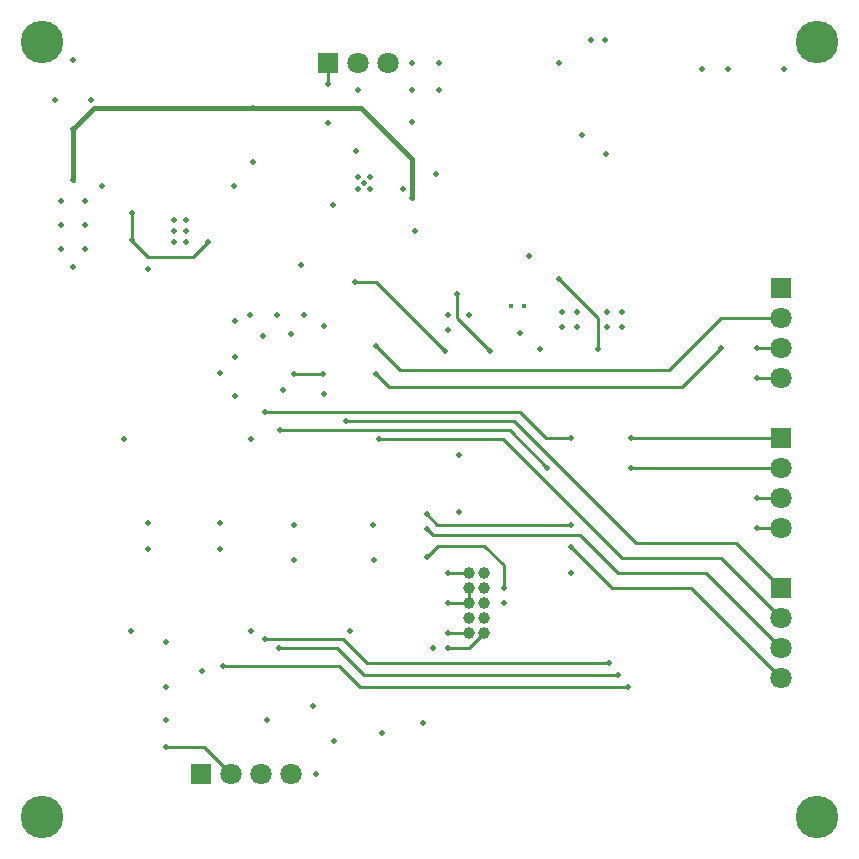
<source format=gbl>
G04*
G04 #@! TF.GenerationSoftware,Altium Limited,Altium Designer,21.6.1 (37)*
G04*
G04 Layer_Physical_Order=4*
G04 Layer_Color=16711680*
%FSLAX25Y25*%
%MOIN*%
G70*
G04*
G04 #@! TF.SameCoordinates,818A62AB-FC56-4755-8FE0-4AFC0147D312*
G04*
G04*
G04 #@! TF.FilePolarity,Positive*
G04*
G01*
G75*
%ADD13C,0.01000*%
%ADD135C,0.01500*%
%ADD136C,0.01575*%
%ADD137C,0.07087*%
%ADD138R,0.07087X0.07087*%
%ADD139R,0.07087X0.07087*%
%ADD140C,0.03960*%
%ADD141C,0.14173*%
%ADD142C,0.02000*%
%ADD143C,0.01968*%
D13*
X116000Y56000D02*
X200500D01*
X114700Y52000D02*
X204000D01*
X107700Y59000D02*
X114700Y52000D01*
X117000Y60000D02*
X197500D01*
X109000Y68000D02*
X117000Y60000D01*
X120000Y156300D02*
X124300Y152000D01*
X222000D01*
X120000Y165500D02*
Y165600D01*
X128000Y157500D02*
X217500D01*
X120000Y165500D02*
X128000Y157500D01*
X104000Y253000D02*
Y260000D01*
X156000Y99000D02*
X162500Y92500D01*
Y85000D02*
Y92500D01*
X139000Y102500D02*
X188000D01*
X200500Y90000D02*
X230000D01*
X188000Y102500D02*
X200500Y90000D01*
X140300Y106000D02*
X185000D01*
X136800Y109500D02*
X140300Y106000D01*
X198500Y85000D02*
X225000D01*
X185000Y98500D02*
X198500Y85000D01*
X136800Y95300D02*
X140500Y99000D01*
X156000D01*
X136800Y104700D02*
X139000Y102500D01*
X151000Y65000D02*
X156000Y70000D01*
X144000Y65000D02*
X151000D01*
X62500Y32000D02*
X71500Y23000D01*
X50000Y32000D02*
X62500D01*
X205000Y135000D02*
X255000D01*
X247000Y165000D02*
X255000D01*
X247000Y155000D02*
X255000D01*
X217500Y157500D02*
X235000Y175000D01*
X255000D01*
X222000Y152000D02*
X235000Y165000D01*
X240000Y100000D02*
X255000Y85000D01*
X206500Y100000D02*
X240000D01*
X201900Y95000D02*
X235000D01*
X255000Y75000D01*
X230000Y90000D02*
X255000Y65000D01*
Y55000D02*
Y55000D01*
X225000Y85000D02*
X255000Y55000D01*
X162400Y134500D02*
X201900Y95000D01*
X205000Y125000D02*
X255000D01*
X166000Y140500D02*
X206500Y100000D01*
X83000Y143500D02*
X168000D01*
X176500Y135000D01*
X185000D01*
X87800Y137500D02*
X164500D01*
X177000Y125000D01*
X110000Y140500D02*
X166000D01*
X247000Y115000D02*
X255000D01*
X247000Y105000D02*
X255000D01*
X147000Y175000D02*
Y183035D01*
Y175000D02*
X158000Y164000D01*
X151000Y80000D02*
Y85000D01*
X144000Y80000D02*
X151000D01*
X144000Y70000D02*
X151000D01*
X144000Y90000D02*
X151000D01*
X113000Y187000D02*
X120000D01*
X143000Y164000D01*
X120800Y134500D02*
X162400D01*
X181000Y188000D02*
X194000Y175000D01*
Y164500D02*
Y175000D01*
X107000Y65000D02*
X116000Y56000D01*
X68800Y59000D02*
X107700D01*
X87750Y65000D02*
X107000D01*
X83026Y68000D02*
X109000D01*
X92500Y156400D02*
X102353D01*
X102407Y156346D01*
X38600Y200800D02*
Y209900D01*
X38500Y210000D02*
X38600Y209900D01*
Y200529D02*
X43829Y195300D01*
X58800D01*
X63900Y200400D01*
D135*
X19000Y221000D02*
Y238000D01*
X26000Y245000D01*
X79000D01*
X115000D01*
X132000Y228000D01*
Y215000D02*
Y228000D01*
D136*
X164835Y179000D02*
D03*
X169165D02*
D03*
D137*
X91500Y23000D02*
D03*
X81500D02*
D03*
X71500D02*
D03*
X255000Y105000D02*
D03*
Y115000D02*
D03*
Y125000D02*
D03*
X114000Y260000D02*
D03*
X124000D02*
D03*
X255000Y75000D02*
D03*
Y65000D02*
D03*
Y55000D02*
D03*
Y175000D02*
D03*
Y165000D02*
D03*
Y155000D02*
D03*
D138*
X61500Y23000D02*
D03*
X104000Y260000D02*
D03*
D139*
X255000Y135000D02*
D03*
Y85000D02*
D03*
Y185000D02*
D03*
D140*
X151000Y90000D02*
D03*
Y85000D02*
D03*
X156000Y90000D02*
D03*
Y85000D02*
D03*
Y75000D02*
D03*
Y80000D02*
D03*
X151000Y75000D02*
D03*
Y80000D02*
D03*
Y70000D02*
D03*
X156000D02*
D03*
D141*
X8500Y8500D02*
D03*
Y267000D02*
D03*
X267000Y8500D02*
D03*
Y267000D02*
D03*
D142*
X50000Y52000D02*
D03*
X19000Y221000D02*
D03*
X181000Y260000D02*
D03*
X106000Y34000D02*
D03*
X91500Y169500D02*
D03*
X96000Y176000D02*
D03*
X87000D02*
D03*
X78000D02*
D03*
X114000Y251000D02*
D03*
X132000D02*
D03*
X141000D02*
D03*
Y260000D02*
D03*
X132000D02*
D03*
X15000Y214000D02*
D03*
X23000D02*
D03*
Y206000D02*
D03*
X15000D02*
D03*
Y198000D02*
D03*
X25000Y247500D02*
D03*
X13000D02*
D03*
X119100Y94300D02*
D03*
X119000Y105800D02*
D03*
X92500Y94300D02*
D03*
Y105800D02*
D03*
X44000Y98000D02*
D03*
X43913Y106613D02*
D03*
X67987D02*
D03*
X68000Y98022D02*
D03*
X200500Y56000D02*
D03*
X204000Y52000D02*
D03*
X197500Y60000D02*
D03*
X120000Y156300D02*
D03*
Y165600D02*
D03*
X185000Y90000D02*
D03*
X104000Y240000D02*
D03*
X162500Y85000D02*
D03*
Y80000D02*
D03*
X185000Y98500D02*
D03*
X139000Y65000D02*
D03*
X144000D02*
D03*
X100000Y23000D02*
D03*
X205000Y135000D02*
D03*
X235000Y165000D02*
D03*
X205000Y125000D02*
D03*
X177000D02*
D03*
X99000Y45500D02*
D03*
X147000Y183000D02*
D03*
X174500Y164500D02*
D03*
X194000D02*
D03*
X182000Y172000D02*
D03*
X187000D02*
D03*
X197000D02*
D03*
X202000D02*
D03*
Y177000D02*
D03*
X197000D02*
D03*
X187000D02*
D03*
X182000D02*
D03*
X151000Y176000D02*
D03*
X144000Y171000D02*
D03*
Y176000D02*
D03*
X62000Y57126D02*
D03*
X147650Y110350D02*
D03*
X147500Y129200D02*
D03*
X136800Y95300D02*
D03*
X144000Y70000D02*
D03*
Y80000D02*
D03*
Y90000D02*
D03*
X135500Y39800D02*
D03*
X143000Y164000D02*
D03*
X19000Y261000D02*
D03*
Y238000D02*
D03*
Y192000D02*
D03*
X23000Y198000D02*
D03*
X89000Y151000D02*
D03*
X82400Y169000D02*
D03*
X73000Y174000D02*
D03*
X50000Y32000D02*
D03*
X79000Y227000D02*
D03*
X132000Y240300D02*
D03*
X247000Y105000D02*
D03*
Y115000D02*
D03*
Y155000D02*
D03*
Y165000D02*
D03*
X185000Y135000D02*
D03*
X38100Y70500D02*
D03*
X185000Y106000D02*
D03*
X120800Y134500D02*
D03*
X35800D02*
D03*
X78300D02*
D03*
X113000Y187000D02*
D03*
X133000Y204000D02*
D03*
X158000Y164000D02*
D03*
X78300Y70500D02*
D03*
X111400D02*
D03*
X122000Y36500D02*
D03*
X50000Y41000D02*
D03*
X102500Y172346D02*
D03*
Y149653D02*
D03*
X73000Y162000D02*
D03*
Y149000D02*
D03*
X68000Y156500D02*
D03*
X113100Y230500D02*
D03*
X44000Y191372D02*
D03*
X28638Y218850D02*
D03*
X132000Y215000D02*
D03*
X129000Y218000D02*
D03*
X104000Y253000D02*
D03*
X95000Y192500D02*
D03*
X140000Y223000D02*
D03*
X171000Y195500D02*
D03*
X196362Y267562D02*
D03*
X256000Y258000D02*
D03*
X237400D02*
D03*
X228738D02*
D03*
X196500Y229500D02*
D03*
X188500Y236000D02*
D03*
X167984Y170000D02*
D03*
X83500Y41000D02*
D03*
X50000Y67000D02*
D03*
X68800Y59000D02*
D03*
X83000Y143500D02*
D03*
X110000Y140500D02*
D03*
X87800Y137500D02*
D03*
X83026Y68000D02*
D03*
X87750Y65000D02*
D03*
X136800Y109500D02*
D03*
Y104700D02*
D03*
X191600Y267700D02*
D03*
X92500Y156400D02*
D03*
X102407Y156346D02*
D03*
X79000Y245000D02*
D03*
X105700Y212700D02*
D03*
X72500Y218800D02*
D03*
X38500Y210000D02*
D03*
X38600Y200800D02*
D03*
X63900Y200400D02*
D03*
X181000Y188000D02*
D03*
D143*
X56568Y203900D02*
D03*
Y200357D02*
D03*
X52631D02*
D03*
Y203900D02*
D03*
X56568Y207443D02*
D03*
X52631D02*
D03*
X117968Y221969D02*
D03*
X114032Y221969D02*
D03*
X114032Y218032D02*
D03*
X117968Y218032D02*
D03*
X116000Y220000D02*
D03*
M02*

</source>
